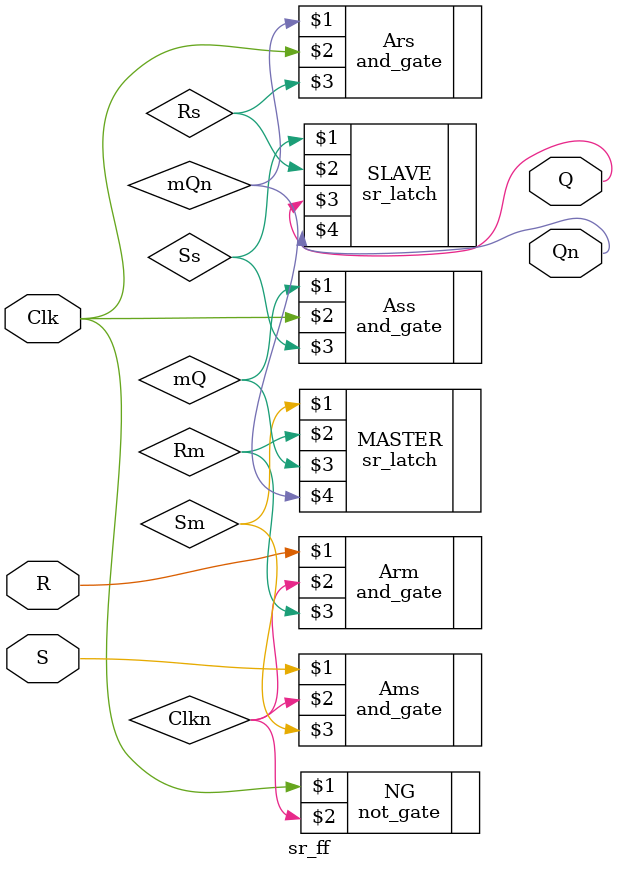
<source format=v>
module sr_ff(
    input S,
    input R,
    input Clk,    // positive-edge triggered (master on ~Clk, slave on Clk)
    output Q,
    output Qn
);
    wire mQ, mQn;
    // Master latch enabled when Clk = 0 (use gated inputs)
    // Implement gating by ANDing S/R with ~Clk, and feeding master latch
    wire Clkn;
    not_gate NG (Clk, Clkn);

    wire Sm, Rm, Ss, Rs;
    and_gate Ams (S, Clkn, Sm);
    and_gate Arm (R, Clkn, Rm);

    // Master latch
    sr_latch MASTER (Sm, Rm, mQ, mQn);

    // Slave enabled when Clk = 1, feed slave with master outputs gated by Clk
    and_gate Ass (mQ, Clk, Ss);
    and_gate Ars (mQn, Clk, Rs);

    sr_latch SLAVE (Ss, Rs, Q, Qn);

endmodule

</source>
